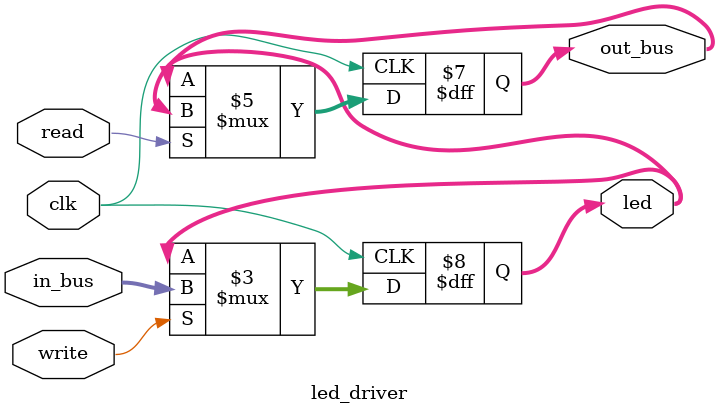
<source format=v>
module led_driver(
	input clk,
	input read,
	input write,
	input [7:0] in_bus,
	output reg [7:0] out_bus,
	output reg [7:0] led = 0
	);
	
	always @ (posedge clk) begin
		if (read) begin
			out_bus <= led;
		end
		if (write) begin
			led <= in_bus;
		end
	end
endmodule

</source>
